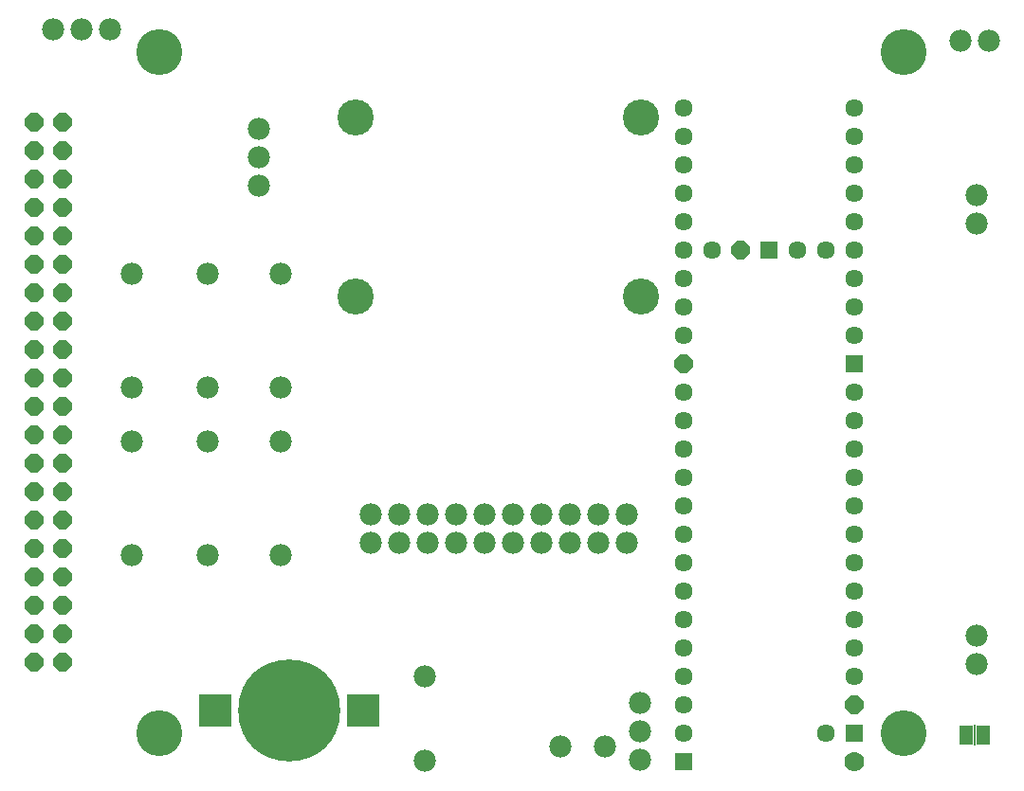
<source format=gbr>
G04 EAGLE Gerber RS-274X export*
G75*
%MOMM*%
%FSLAX34Y34*%
%LPD*%
%INSoldermask Bottom*%
%IPPOS*%
%AMOC8*
5,1,8,0,0,1.08239X$1,22.5*%
G01*
%ADD10C,1.981200*%
%ADD11P,1.759533X8X112.500000*%
%ADD12R,2.882900X2.882900*%
%ADD13C,9.101600*%
%ADD14R,1.270000X1.701800*%
%ADD15R,0.152400X1.828800*%
%ADD16R,1.609600X1.609600*%
%ADD17C,1.778000*%
%ADD18P,1.742215X8X22.500000*%
%ADD19C,1.609600*%
%ADD20C,4.101600*%
%ADD21C,3.217600*%


D10*
X855000Y127000D03*
X855000Y101600D03*
D11*
X13300Y103200D03*
X38700Y103200D03*
X13300Y128600D03*
X38700Y128600D03*
X13300Y154000D03*
X38700Y154000D03*
X13300Y179400D03*
X38700Y179400D03*
X13300Y204800D03*
X38700Y204800D03*
X13300Y230200D03*
X38700Y230200D03*
X13300Y255600D03*
X38700Y255600D03*
X13300Y281000D03*
X38700Y281000D03*
X13300Y306400D03*
X38700Y306400D03*
X13300Y331800D03*
X38700Y331800D03*
X13300Y357200D03*
X38700Y357200D03*
X13300Y382600D03*
X38700Y382600D03*
X13300Y408000D03*
X38700Y408000D03*
X13300Y433400D03*
X38700Y433400D03*
X13300Y458800D03*
X38700Y458800D03*
X13300Y484200D03*
X38700Y484200D03*
X13300Y509600D03*
X38700Y509600D03*
X13300Y535000D03*
X38700Y535000D03*
X13300Y560400D03*
X38700Y560400D03*
X13300Y585800D03*
X38700Y585800D03*
D12*
X174960Y60000D03*
X307040Y60000D03*
D13*
X241000Y60000D03*
D10*
X168000Y450800D03*
X168000Y349200D03*
X100000Y450800D03*
X100000Y349200D03*
X233000Y199200D03*
X233000Y300800D03*
X100000Y300800D03*
X100000Y199200D03*
X840000Y659000D03*
X865400Y659000D03*
X214000Y529000D03*
X214000Y554400D03*
X214000Y579800D03*
X554000Y67000D03*
X554000Y41600D03*
X554000Y16200D03*
X362000Y15000D03*
X523000Y28000D03*
X483000Y28000D03*
X362000Y91000D03*
X30000Y669000D03*
X55400Y669000D03*
X80800Y669000D03*
D14*
X860620Y38000D03*
X845380Y38000D03*
D15*
X853000Y38000D03*
D10*
X168000Y300800D03*
X168000Y199200D03*
X233000Y349200D03*
X233000Y450800D03*
D16*
X592800Y14200D03*
X669000Y471400D03*
X745200Y39600D03*
D17*
X745200Y14200D03*
D18*
X745200Y65000D03*
X643600Y471400D03*
D19*
X618200Y471400D03*
X694400Y471400D03*
X719800Y471400D03*
X745200Y344400D03*
X592800Y344400D03*
X592800Y39600D03*
X592800Y65000D03*
X592800Y90400D03*
X592800Y115800D03*
X592800Y141200D03*
X592800Y166600D03*
X592800Y192000D03*
X592800Y217400D03*
X592800Y242800D03*
X592800Y268200D03*
X592800Y293600D03*
X592800Y319000D03*
X719800Y39600D03*
X745200Y319000D03*
X745200Y293600D03*
X745200Y268200D03*
X745200Y242800D03*
X745200Y217400D03*
X745200Y192000D03*
X745200Y166600D03*
X745200Y141200D03*
X745200Y115800D03*
X745200Y90400D03*
D18*
X592800Y369800D03*
D19*
X592800Y420600D03*
X592800Y446000D03*
X592800Y471400D03*
X592800Y496800D03*
X592800Y522200D03*
X592800Y547600D03*
X592800Y573000D03*
X592800Y598400D03*
X745200Y395200D03*
X745200Y420600D03*
X745200Y446000D03*
X745200Y471400D03*
X745200Y496800D03*
X745200Y522200D03*
X745200Y547600D03*
X745200Y573000D03*
X745200Y598400D03*
X592800Y395200D03*
D16*
X745200Y369800D03*
D10*
X855000Y521000D03*
X855000Y495600D03*
X314000Y210000D03*
X314000Y235400D03*
X339400Y210000D03*
X339400Y235400D03*
X364800Y210000D03*
X364800Y235400D03*
X390200Y210000D03*
X390200Y235400D03*
X415600Y210000D03*
X415600Y235400D03*
X441000Y210000D03*
X441000Y235400D03*
X466400Y210000D03*
X466400Y235400D03*
X491800Y210000D03*
X491800Y235400D03*
X517200Y210000D03*
X517200Y235400D03*
X542600Y210000D03*
X542600Y235400D03*
D20*
X125000Y649000D03*
X790000Y649000D03*
X125000Y40000D03*
X790000Y40000D03*
D21*
X300000Y590000D03*
X555000Y590000D03*
X555000Y430000D03*
X300000Y430000D03*
M02*

</source>
